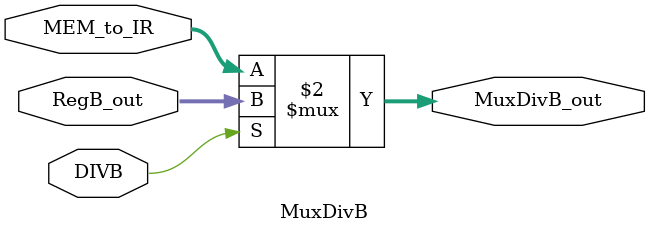
<source format=v>
module MuxDivB (
  input wire DIVB,
  input wire [31:0] MEM_to_IR,
  input wire [31:0] RegB_out,
  output reg [31:0] MuxDivB_out
);

  always @(*) begin
    MuxDivB_out = (DIVB ? RegB_out : MEM_to_IR);
  end
endmodule

// 0 => MEM_to_IR
// 1 => RegB_out
</source>
